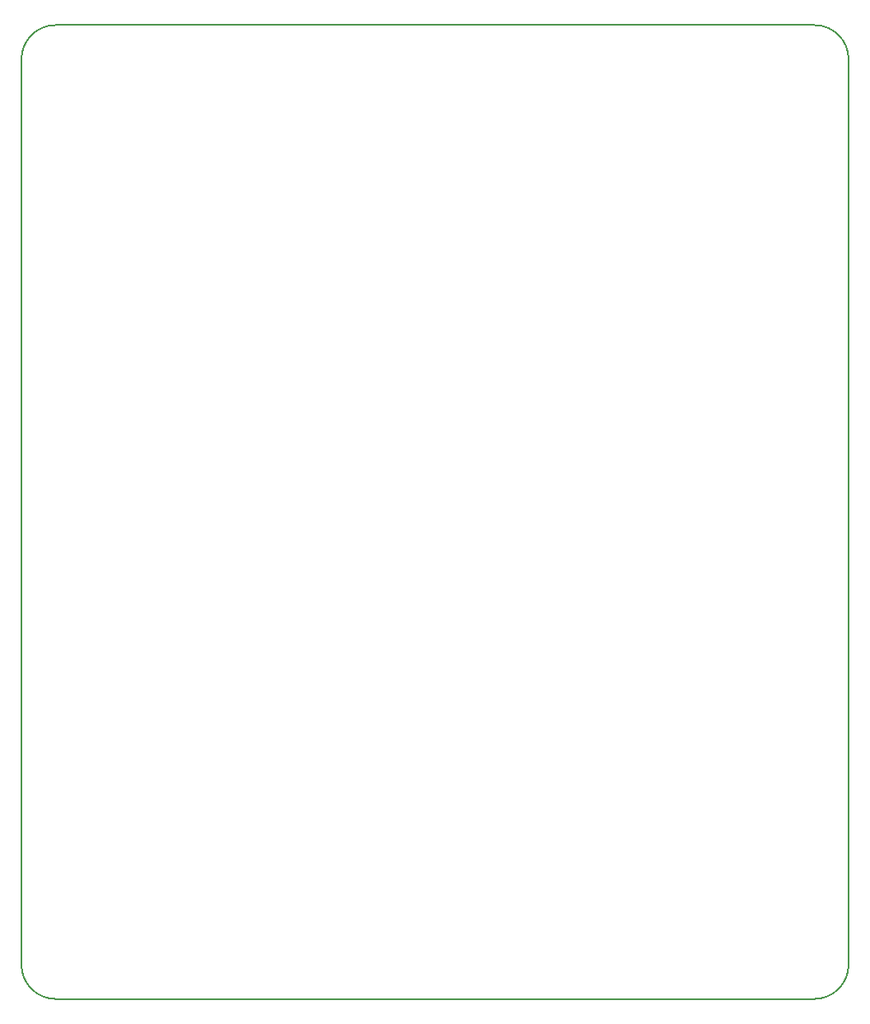
<source format=gm1>
G04*
G04 #@! TF.GenerationSoftware,Altium Limited,Altium Designer,19.1.5 (86)*
G04*
G04 Layer_Color=16711935*
%FSLAX25Y25*%
%MOIN*%
G70*
G01*
G75*
%ADD16C,0.00600*%
%ADD142C,0.00598*%
D16*
X-183071Y196850D02*
X124016D01*
X-196850Y-183071D02*
X-196850Y183071D01*
X-183071Y-196850D02*
X124016Y-196850D01*
X137795Y-183071D02*
Y183071D01*
D142*
X124016Y-196850D02*
G03*
X137795Y-183071I0J13780D01*
G01*
Y183071D02*
G03*
X124016Y196850I-13780J0D01*
G01*
X-183071D02*
G03*
X-196850Y183071I0J-13780D01*
G01*
Y-183071D02*
G03*
X-183071Y-196850I13780J0D01*
G01*
M02*

</source>
